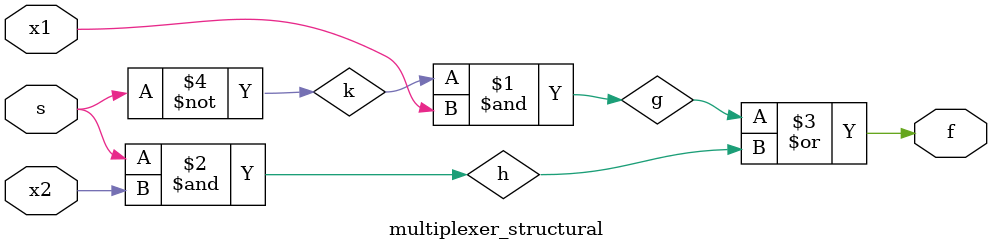
<source format=v>
module multiplexer_structural(x1, x2, s, f);
    input x1, x2, s;
    output f;

    not(k, s);
    and(g, k, x1);
    and(h, s, x2);
    or(f, g, h);
endmodule
</source>
